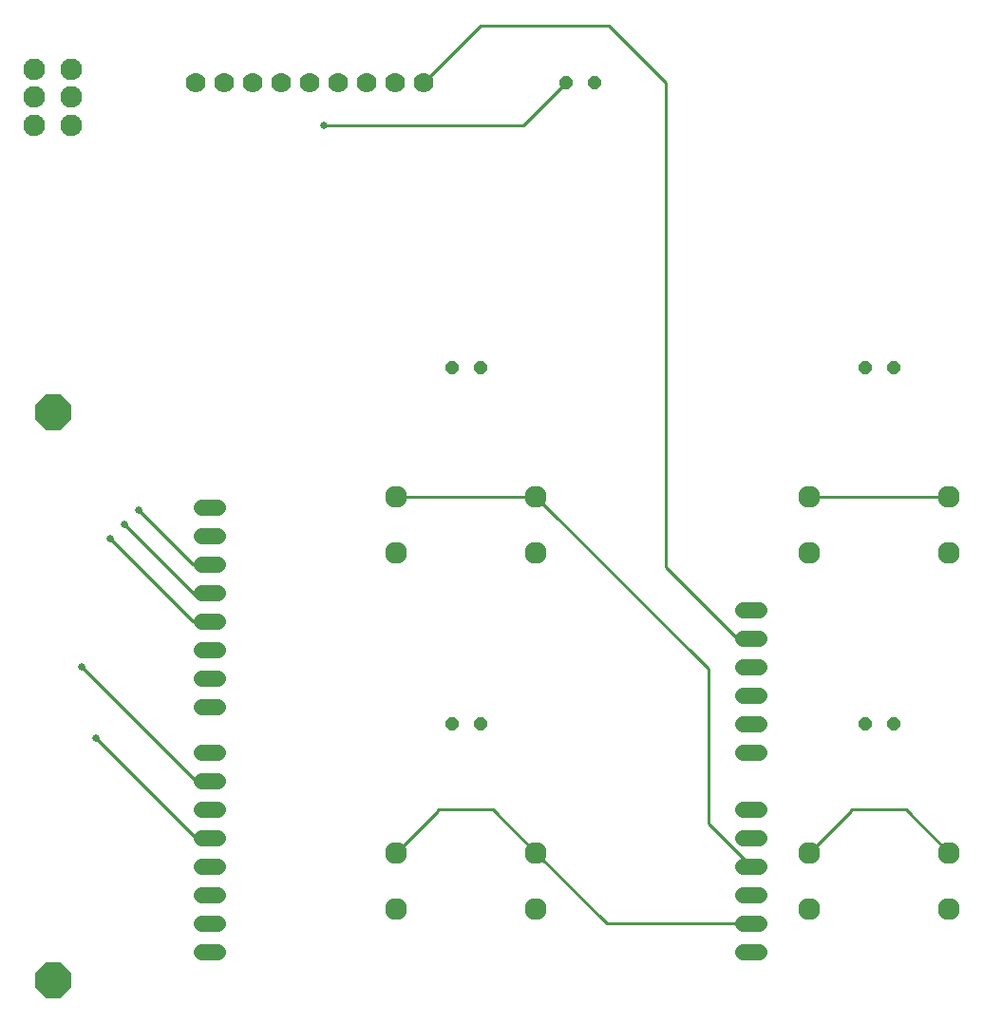
<source format=gbr>
G04 EAGLE Gerber RS-274X export*
G75*
%MOMM*%
%FSLAX34Y34*%
%LPD*%
%INBottom Copper*%
%IPPOS*%
%AMOC8*
5,1,8,0,0,1.08239X$1,22.5*%
G01*
%ADD10P,3.409096X8X112.500000*%
%ADD11C,1.422400*%
%ADD12C,1.778000*%
%ADD13P,1.231672X8X22.500000*%
%ADD14C,1.960000*%
%ADD15C,1.930400*%
%ADD16C,0.254000*%
%ADD17C,0.654800*%


D10*
X114300Y88900D03*
X114300Y595630D03*
D11*
X246888Y510540D02*
X261112Y510540D01*
X261112Y485140D02*
X246888Y485140D01*
X246888Y459740D02*
X261112Y459740D01*
X261112Y434340D02*
X246888Y434340D01*
X246888Y408940D02*
X261112Y408940D01*
X261112Y383540D02*
X246888Y383540D01*
X246888Y358140D02*
X261112Y358140D01*
X261112Y332740D02*
X246888Y332740D01*
X246888Y292100D02*
X261112Y292100D01*
X261112Y266700D02*
X246888Y266700D01*
X246888Y241300D02*
X261112Y241300D01*
X261112Y215900D02*
X246888Y215900D01*
X246888Y190500D02*
X261112Y190500D01*
X261112Y165100D02*
X246888Y165100D01*
X246888Y139700D02*
X261112Y139700D01*
X261112Y114300D02*
X246888Y114300D01*
X729488Y419100D02*
X743712Y419100D01*
X743712Y393700D02*
X729488Y393700D01*
X729488Y368300D02*
X743712Y368300D01*
X743712Y342900D02*
X729488Y342900D01*
X729488Y317500D02*
X743712Y317500D01*
X743712Y292100D02*
X729488Y292100D01*
X729488Y241300D02*
X743712Y241300D01*
X743712Y215900D02*
X729488Y215900D01*
X729488Y190500D02*
X743712Y190500D01*
X743712Y165100D02*
X729488Y165100D01*
X729488Y139700D02*
X743712Y139700D01*
X743712Y114300D02*
X729488Y114300D01*
D12*
X444500Y889000D03*
X419100Y889000D03*
X393700Y889000D03*
X368300Y889000D03*
X342900Y889000D03*
X317500Y889000D03*
X292100Y889000D03*
X266700Y889000D03*
X241300Y889000D03*
D13*
X469900Y635000D03*
X495300Y635000D03*
X838200Y635000D03*
X863600Y635000D03*
X469900Y317500D03*
X495300Y317500D03*
X838200Y317500D03*
X863600Y317500D03*
X571500Y889000D03*
X596900Y889000D03*
D14*
X545100Y520300D03*
X545100Y470300D03*
X420100Y470300D03*
X420100Y520300D03*
X913400Y520300D03*
X913400Y470300D03*
X788400Y470300D03*
X788400Y520300D03*
X545100Y202800D03*
X545100Y152800D03*
X420100Y152800D03*
X420100Y202800D03*
X913400Y202800D03*
X913400Y152800D03*
X788400Y152800D03*
X788400Y202800D03*
D15*
X97800Y851300D03*
X97800Y876300D03*
X97800Y901300D03*
X130800Y851300D03*
X130800Y876300D03*
X130800Y901300D03*
D16*
X444500Y889000D02*
X495300Y939800D01*
X609600Y939800D01*
X660400Y889000D01*
X660400Y457200D01*
X723900Y393700D01*
X736600Y393700D01*
D17*
X139700Y368300D03*
D16*
X241300Y266700D01*
X254000Y266700D01*
D17*
X165100Y482600D03*
D16*
X238760Y408940D01*
X254000Y408940D01*
D17*
X190500Y508000D03*
D16*
X238760Y459740D02*
X254000Y459740D01*
X238760Y459740D02*
X190500Y508000D01*
D17*
X152400Y304800D03*
D16*
X241300Y215900D01*
X254000Y215900D01*
X254000Y434340D02*
X243840Y434340D01*
X241300Y431800D01*
X177800Y495300D01*
D17*
X177800Y495300D03*
X355600Y850900D03*
D16*
X533400Y850900D01*
X571500Y889000D01*
X825500Y239900D02*
X788400Y202800D01*
X825500Y239900D02*
X825500Y241300D01*
X874900Y241300D01*
X913400Y202800D01*
X457200Y239900D02*
X420100Y202800D01*
X457200Y239900D02*
X457200Y241300D01*
X506600Y241300D01*
X545100Y202800D01*
X608200Y139700D01*
X736600Y139700D01*
X788400Y520300D02*
X913400Y520300D01*
X545100Y520300D02*
X420100Y520300D01*
X545100Y520300D02*
X698500Y366900D01*
X698500Y228600D01*
X736600Y190500D01*
M02*

</source>
